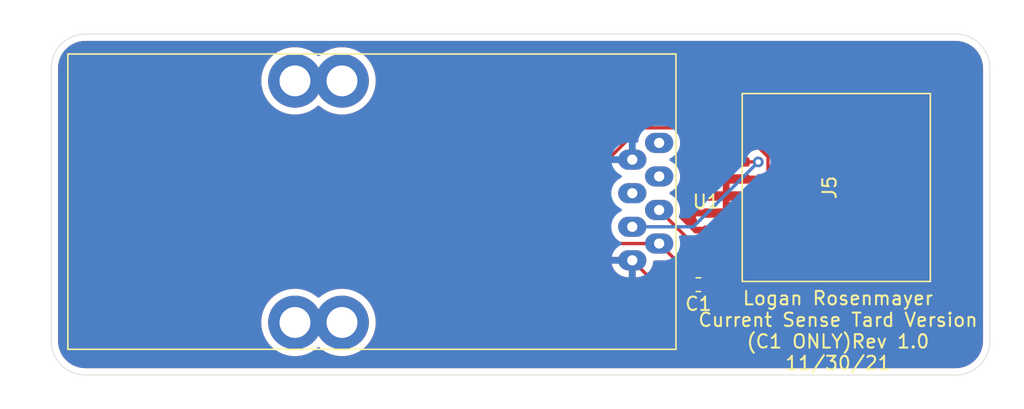
<source format=kicad_pcb>
(kicad_pcb (version 20211014) (generator pcbnew)
  (layers (0 "F.Cu" signal) (31 "B.Cu" signal) (34 "B.Paste" user) (35 "F.Paste" user) (36 "B.SilkS" user "B.Silkscreen") (37 "F.SilkS" user "F.Silkscreen") (38 "B.Mask" user) (39 "F.Mask" user) (44 "Edge.Cuts" user))
  (net 0 "")
  (net 1 "GND")
  (net 2 "+5V")
  (net 3 "DFSDM1_CKIN5_5V")
  (net 4 "DFSDM1_DATIN5_5V")
  (net 5 "unconnected-(U1-Pad9)")
  (net 6 "unconnected-(U1-Pad10)")
  (footprint "EVCONCEPT:RCH-RC02015" (layer "F.Cu") (at 115.57 85.09 -90)
    (fp_text reference "J5" (at 0 0.5 90) (layer "F.SilkS"))
    (fp_text value "Conn_01x08")
    (fp_line (start 7 7) (end -7 7) (layer "F.SilkS") (width 0.12))
    (fp_line (start -7 -7) (end 7 -7) (layer "F.SilkS") (width 0.12))
    (fp_line (start -7 7) (end -7 -7) (layer "F.SilkS") (width 0.12))
    (fp_line (start 7 7) (end 7 -7) (layer "F.SilkS") (width 0.12))
    (pad "1" smd roundrect locked (at 4.445 8.19 270) (size 0.7 3.5) (layers "F.Cu" "F.Paste" "F.Mask") (net 3 "DFSDM1_CKIN5_5V"))
    (pad "2" smd roundrect locked (at 3.175 8.19 270) (size 0.7 3.5) (layers "F.Cu" "F.Paste" "F.Mask") (net 1 "GND"))
    (pad "3" smd roundrect locked (at 1.905 8.19 270) (size 0.7 3.5) (layers "F.Cu" "F.Paste" "F.Mask") (net 1 "GND"))
    (pad "4" smd roundrect locked (at 0.635 8.19 270) (size 0.7 3.5) (layers "F.Cu" "F.Paste" "F.Mask") (net 1 "GND"))
    (pad "5" smd roundrect locked (at -0.635 8.19 270) (size 0.7 3.5) (layers "F.Cu" "F.Paste" "F.Mask") (net 1 "GND"))
    (pad "6" smd roundrect locked (at -1.905 8.19 270) (size 0.7 3.5) (layers "F.Cu" "F.Paste" "F.Mask") (net 4 "DFSDM1_DATIN5_5V"))
    (pad "7" smd roundrect locked (at -3.175 8.19 270) (size 0.7 3.5) (layers "F.Cu" "F.Paste" "F.Mask") (net 1 "GND"))
    (pad "8" smd roundrect locked (at -4.445 8.19 270) (size 0.7 3.5) (layers "F.Cu" "F.Paste" "F.Mask") (net 2 "+5V"))
    (pad "9" smd roundrect locked (at 0 -8.255 270) (size 9 3.5) (layers "F.Cu" "F.Paste" "F.Mask") (net 1 "GND"))
  )
  (footprint "EVCONCEPT:HO-150-PW-0000" (layer "F.Cu") (at 100.39 86.145001)
    (fp_text reference "U1" (at 5.5 0) (layer "F.SilkS"))
    (fp_text value "HO-150-PW-0000")
    (fp_line (start -42 11) (end 3 11) (layer "F.SilkS") (width 0.12))
    (fp_line (start 3 -11) (end -42 -11) (layer "F.SilkS") (width 0.12))
    (fp_line (start 3.25 11) (end 3 11) (layer "F.SilkS") (width 0.12))
    (fp_line (start 3.25 11) (end 3.25 -11) (layer "F.SilkS") (width 0.12))
    (fp_line (start -42 11) (end -42 -11) (layer "F.SilkS") (width 0.12))
    (fp_line (start 3 -11) (end 3.25 -11) (layer "F.SilkS") (width 0.12))
    (pad "1" thru_hole oval locked (at 2 -4.38) (size 2.1 1.5) (drill 0.762) (layers *.Cu *.Mask))
    (pad "2" thru_hole oval locked (at 0 -3.13) (size 2.1 1.5) (drill 0.762) (layers *.Cu *.Mask) (net 1 "GND"))
    (pad "3" thru_hole oval locked (at 2 -1.88) (size 2.1 1.5) (drill 0.762) (layers *.Cu *.Mask))
    (pad "4" thru_hole oval locked (at 0 -0.63) (size 2.1 1.5) (drill 0.762) (layers *.Cu *.Mask))
    (pad "5" thru_hole oval locked (at 2 0.62) (size 2.1 1.5) (drill 0.762) (layers *.Cu *.Mask) (net 3 "DFSDM1_CKIN5_5V"))
    (pad "6" thru_hole oval locked (at 0 1.87) (size 2.1 1.5) (drill 0.762) (layers *.Cu *.Mask) (net 4 "DFSDM1_DATIN5_5V"))
    (pad "7" thru_hole oval locked (at 2 3.12) (size 2.1 1.5) (drill 0.762) (layers *.Cu *.Mask) (net 2 "+5V"))
    (pad "8" thru_hole oval locked (at 0 4.37) (size 2.1 1.5) (drill 0.762) (layers *.Cu *.Mask) (net 1 "GND"))
    (pad "9" thru_hole circle locked (at -25.1 9) (size 4 4) (drill 2.3) (layers *.Cu *.Mask) (net 5 "unconnected-(U1-Pad9)"))
    (pad "9" thru_hole circle locked (at -21.6 9) (size 4 4) (drill 2.3) (layers *.Cu *.Mask) (net 5 "unconnected-(U1-Pad9)"))
    (pad "10" thru_hole circle locked (at -25.1 -9) (size 4 4) (drill 2.3) (layers *.Cu *.Mask) (net 6 "unconnected-(U1-Pad10)"))
    (pad "10" thru_hole circle locked (at -21.6 -9) (size 4 4) (drill 2.3) (layers *.Cu *.Mask) (net 6 "unconnected-(U1-Pad10)"))
  )
  (footprint "Capacitor_SMD:C_0603_1608Metric" (layer "F.Cu") (at 105.3085 92.329 180)
    (fp_text reference "C1" (at 0 -1.43) (layer "F.SilkS"))
    (fp_text value "1uF")
    (fp_line (start -0.162779 0.51) (end 0.162779 0.51) (layer "F.SilkS") (width 0.12))
    (fp_line (start -0.162779 -0.51) (end 0.162779 -0.51) (layer "F.SilkS") (width 0.12))
    (pad "1" smd roundrect locked (at -0.7875 0 180) (size 0.875 0.95) (layers "F.Cu" "F.Paste" "F.Mask") (net 2 "+5V"))
    (pad "2" smd roundrect locked (at 0.7875 0 180) (size 0.875 0.95) (layers "F.Cu" "F.Paste" "F.Mask") (net 1 "GND"))
  )
  (gr_line (start 57.15 96.52) (end 57.15 76.2) (layer "Edge.Cuts") (width 0.05))
  (gr_line (start 127 76.2) (end 127 96.52) (layer "Edge.Cuts") (width 0.05))
  (gr_arc (start 57.15 76.2) (mid 57.893949 74.403949) (end 59.69 73.66) (layer "Edge.Cuts") (width 0.05))
  (gr_arc (start 59.69 99.06) (mid 57.893949 98.316051) (end 57.15 96.52) (layer "Edge.Cuts") (width 0.05))
  (gr_line (start 59.69 99.06) (end 124.46 99.06) (layer "Edge.Cuts") (width 0.05))
  (gr_line (start 59.69 73.66) (end 124.46 73.66) (layer "Edge.Cuts") (width 0.05))
  (gr_arc (start 124.46 73.66) (mid 126.256051 74.403949) (end 127 76.2) (layer "Edge.Cuts") (width 0.05))
  (gr_arc (start 127 96.52) (mid 126.256051 98.316051) (end 124.46 99.06) (layer "Edge.Cuts") (width 0.05))
  (gr_text "Logan Rosenmayer\nCurrent Sense Tard Version\n(C1 ONLY)Rev 1.0\n11/30/21" (at 115.697 95.758) (layer "F.SilkS") (effects (font (size 1 1))))
  (segment (start 107.38 85.725) (end 110.363 85.725) (width 0.25) (layer "F.Cu") (net 1))
  (segment (start 110.363 88.265) (end 110.49 88.138) (width 0.25) (layer "F.Cu") (net 1))
  (segment (start 102.203999 92.329) (end 100.39 90.515001) (width 0.25) (layer "F.Cu") (net 1))
  (segment (start 110.49 85.852) (end 110.49 87.376) (width 0.25) (layer "F.Cu") (net 1))
  (segment (start 107.38 84.455) (end 110.363 84.455) (width 0.25) (layer "F.Cu") (net 1))
  (segment (start 107.38 88.265) (end 110.363 88.265) (width 0.25) (layer "F.Cu") (net 1))
  (segment (start 110.363 84.455) (end 110.49 84.582) (width 0.25) (layer "F.Cu") (net 1))
  (segment (start 104.521 92.329) (end 102.203999 92.329) (width 0.25) (layer "F.Cu") (net 1))
  (segment (start 109.601 81.915) (end 110.49 82.804) (width 0.25) (layer "F.Cu") (net 1))
  (segment (start 110.49 82.804) (end 110.49 84.582) (width 0.25) (layer "F.Cu") (net 1))
  (segment (start 110.49 84.582) (end 110.49 85.852) (width 0.25) (layer "F.Cu") (net 1))
  (segment (start 110.109 86.995) (end 107.38 86.995) (width 0.25) (layer "F.Cu") (net 1))
  (segment (start 107.38 81.915) (end 109.601 81.915) (width 0.25) (layer "F.Cu") (net 1))
  (segment (start 110.49 87.376) (end 110.109 86.995) (width 0.25) (layer "F.Cu") (net 1))
  (segment (start 110.363 85.725) (end 110.49 85.852) (width 0.25) (layer "F.Cu") (net 1))
  (segment (start 110.49 88.138) (end 110.49 87.376) (width 0.25) (layer "F.Cu") (net 1))
  (segment (start 106.096 92.329) (end 107.188 92.329) (width 0.25) (layer "F.Cu") (net 2))
  (segment (start 107.569 91.44) (end 106.553 90.424) (width 0.25) (layer "F.Cu") (net 2))
  (segment (start 107.569 91.948) (end 107.569 91.44) (width 0.25) (layer "F.Cu") (net 2))
  (segment (start 106.553 90.424) (end 103.548999 90.424) (width 0.25) (layer "F.Cu") (net 2))
  (segment (start 100.939708 80.645) (end 97.79 83.794708) (width 0.25) (layer "F.Cu") (net 2))
  (segment (start 103.548999 90.424) (end 102.39 89.265001) (width 0.25) (layer "F.Cu") (net 2))
  (segment (start 107.38 80.645) (end 100.939708 80.645) (width 0.25) (layer "F.Cu") (net 2))
  (segment (start 97.79 88.265) (end 98.790001 89.265001) (width 0.25) (layer "F.Cu") (net 2))
  (segment (start 107.188 92.329) (end 107.569 91.948) (width 0.25) (layer "F.Cu") (net 2))
  (segment (start 97.79 83.794708) (end 97.79 88.265) (width 0.25) (layer "F.Cu") (net 2))
  (segment (start 98.790001 89.265001) (end 102.39 89.265001) (width 0.25) (layer "F.Cu") (net 2))
  (segment (start 107.38 89.535) (end 105.159999 89.535) (width 0.25) (layer "F.Cu") (net 3))
  (segment (start 105.159999 89.535) (end 102.39 86.765001) (width 0.25) (layer "F.Cu") (net 3))
  (segment (start 102.39 86.586) (end 102.39 86.765001) (width 0.25) (layer "F.Cu") (net 3))
  (segment (start 107.38 83.185) (end 105.791 83.185) (width 0.25) (layer "F.Cu") (net 4))
  (segment (start 109.7655 83.185) (end 107.38 83.185) (width 0.25) (layer "F.Cu") (net 4))
  (via (at 109.7655 83.185) (size 0.8) (drill 0.4) (layers "F.Cu" "B.Cu") (net 4))
  (segment (start 100.39 88.015001) (end 104.935499 88.015001) (width 0.25) (layer "B.Cu") (net 4))
  (segment (start 104.935499 88.015001) (end 109.7655 83.185) (width 0.25) (layer "B.Cu") (net 4))
  (segment (start 78.79 95.145001) (end 75.29 95.145001) (width 0.25) (layer "F.Cu") (net 5))
  (segment (start 78.79 77.145001) (end 75.29 77.145001) (width 0.25) (layer "F.Cu") (net 6))
  (zone (net 1) (net_name "GND") (layer "F.Cu") (connect_pads (clearance 0.508)) (min_thickness 0.254) (fill yes (thermal_gap 0.508) (thermal_bridge_width 0.508))
    (polygon (pts (xy 129.54 101.6) (xy 53.34 101.6) (xy 53.34 71.12) (xy 129.54 71.12)))
  )
  (zone (net 1) (net_name "GND") (layer "B.Cu") (connect_pads (clearance 0.508)) (min_thickness 0.254) (fill yes (thermal_gap 0.508) (thermal_bridge_width 0.508))
    (polygon (pts (xy 129.54 101.6) (xy 53.34 101.6) (xy 53.34 71.12) (xy 129.54 71.12)))
  )
)
</source>
